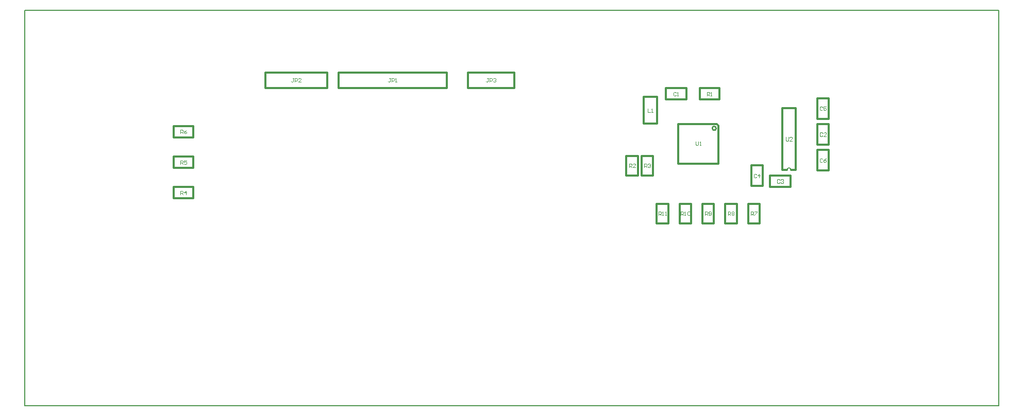
<source format=gto>
%FSLAX42Y42*%
%MOMM*%
G71*
G01*
G75*
G04 Layer_Color=65535*
%ADD10C,0.15*%
%ADD11C,0.25*%
%ADD12C,0.30*%
%ADD13C,0.12*%
%ADD14C,0.20*%
D10*
X11584Y3374D02*
G03*
X11521Y3374I-32J0D01*
G01*
D11*
X10355Y4058D02*
G03*
X10355Y4058I-32J0D01*
G01*
D12*
X9275Y4575D02*
X9385Y4575D01*
Y4135D02*
Y4575D01*
X9165Y4135D02*
X9385Y4135D01*
X9165Y4135D02*
Y4575D01*
X9275Y4575D01*
X4148Y4977D02*
X5926D01*
X4148Y4723D02*
Y4977D01*
Y4723D02*
X5926D01*
Y4977D01*
X1765Y3905D02*
X1765Y4000D01*
X1445Y3905D02*
X1765Y3905D01*
X1445Y4095D02*
X1445Y3905D01*
X1445Y4095D02*
X1765Y4095D01*
X1765Y4000D01*
X1765Y3405D02*
X1765Y3500D01*
X1445Y3405D02*
X1765Y3405D01*
X1445Y3595D02*
X1445Y3405D01*
X1445Y3595D02*
X1765Y3595D01*
X1765Y3500D01*
X6273Y4723D02*
X7035D01*
Y4977D01*
X6273D02*
X7035D01*
X6273Y4723D02*
Y4977D01*
X1765Y2905D02*
X1765Y3000D01*
X1445Y2905D02*
X1765Y2905D01*
X1445Y3095D02*
X1445Y2905D01*
X1445Y3095D02*
X1765Y3095D01*
X1765Y3000D01*
X11238Y3188D02*
Y3283D01*
X11238D02*
X11578D01*
X11578Y3092D02*
X11578Y3283D01*
X11238Y3092D02*
X11578D01*
X11238D02*
Y3188D01*
X12018Y4213D02*
X12112D01*
X12018Y4212D02*
Y4553D01*
X12207Y4553D01*
Y4213D02*
Y4553D01*
X12112Y4213D02*
X12207D01*
X12018Y3788D02*
X12112D01*
X12018Y3788D02*
Y4128D01*
X12207Y4128D01*
Y3788D02*
Y4128D01*
X12112Y3788D02*
X12207D01*
X12018Y3363D02*
X12112D01*
X12018Y3362D02*
Y3703D01*
X12207Y3703D01*
Y3363D02*
Y3703D01*
X12112Y3363D02*
X12207D01*
X11659Y3374D02*
Y4390D01*
X11446D02*
X11659D01*
X11446Y3374D02*
Y4390D01*
Y3374D02*
X11521Y3374D01*
X11584D02*
X11659Y3374D01*
X9225Y3605D02*
X9320Y3605D01*
Y3285D02*
X9320Y3605D01*
X9130Y3285D02*
X9320Y3285D01*
X9130Y3605D02*
X9130Y3285D01*
X9130Y3605D02*
X9225Y3605D01*
X11025Y3450D02*
X11120D01*
Y3110D02*
Y3450D01*
X10930Y3110D02*
X11120Y3110D01*
X10930Y3110D02*
Y3450D01*
X11025D01*
X8880Y3285D02*
X8975Y3285D01*
X8880Y3285D02*
X8880Y3605D01*
X9070Y3605D01*
X9070Y3285D01*
X8975Y3285D02*
X9070Y3285D01*
X9475Y2815D02*
X9570Y2815D01*
Y2495D02*
X9570Y2815D01*
X9380Y2495D02*
X9570Y2495D01*
X9380Y2815D02*
X9380Y2495D01*
X9380Y2815D02*
X9475Y2815D01*
X9525Y4625D02*
Y4720D01*
X9525D02*
X9865D01*
X9865Y4530D02*
X9865Y4720D01*
X9525Y4530D02*
X9865D01*
X9525D02*
Y4625D01*
X9850Y2815D02*
X9945Y2815D01*
Y2495D02*
X9945Y2815D01*
X9755Y2495D02*
X9945Y2495D01*
X9755Y2815D02*
X9755Y2495D01*
X9755Y2815D02*
X9850Y2815D01*
X10225Y2815D02*
X10320Y2815D01*
Y2495D02*
X10320Y2815D01*
X10130Y2495D02*
X10320Y2495D01*
X10130Y2815D02*
X10130Y2495D01*
X10130Y2815D02*
X10225Y2815D01*
X10600Y2815D02*
X10695Y2815D01*
Y2495D02*
X10695Y2815D01*
X10505Y2495D02*
X10695Y2495D01*
X10505Y2815D02*
X10505Y2495D01*
X10505Y2815D02*
X10600Y2815D01*
X10975Y2815D02*
X11070Y2815D01*
Y2495D02*
X11070Y2815D01*
X10880Y2495D02*
X11070Y2495D01*
X10880Y2815D02*
X10880Y2495D01*
X10880Y2815D02*
X10975Y2815D01*
X10085Y4625D02*
X10085Y4720D01*
X10085Y4720D02*
X10405Y4720D01*
X10405Y4530D01*
X10085Y4530D02*
X10405Y4530D01*
X10085Y4625D02*
X10085Y4530D01*
X10393Y4098D02*
Y4098D01*
X10363Y4128D02*
X10393Y4098D01*
X9733Y4128D02*
X10363D01*
X9733Y3478D02*
Y4128D01*
Y3478D02*
X10393D01*
Y4098D01*
X2948Y4723D02*
Y4977D01*
X3964D01*
X2948Y4723D02*
X3964D01*
Y4977D01*
D13*
X11503Y3912D02*
Y3862D01*
X11513Y3852D01*
X11533D01*
X11543Y3862D01*
Y3912D01*
X11603Y3852D02*
X11563D01*
X11603Y3892D01*
Y3902D01*
X11593Y3912D01*
X11573D01*
X11563Y3902D01*
X10023Y3837D02*
Y3787D01*
X10033Y3777D01*
X10053D01*
X10063Y3787D01*
Y3837D01*
X10083Y3777D02*
X10103D01*
X10093D01*
Y3837D01*
X10083Y3827D01*
X9409Y2626D02*
Y2686D01*
X9439D01*
X9449Y2676D01*
Y2656D01*
X9439Y2646D01*
X9409D01*
X9429D02*
X9449Y2626D01*
X9469D02*
X9489D01*
X9479D01*
Y2686D01*
X9469Y2676D01*
X9519Y2626D02*
X9539D01*
X9529D01*
Y2686D01*
X9519Y2676D01*
X9774Y2626D02*
Y2686D01*
X9804D01*
X9814Y2676D01*
Y2656D01*
X9804Y2646D01*
X9774D01*
X9794D02*
X9814Y2626D01*
X9834D02*
X9854D01*
X9844D01*
Y2686D01*
X9834Y2676D01*
X9884D02*
X9894Y2686D01*
X9914D01*
X9924Y2676D01*
Y2636D01*
X9914Y2626D01*
X9894D01*
X9884Y2636D01*
Y2676D01*
X10174Y2626D02*
Y2686D01*
X10204D01*
X10214Y2676D01*
Y2656D01*
X10204Y2646D01*
X10174D01*
X10194D02*
X10214Y2626D01*
X10234Y2636D02*
X10244Y2626D01*
X10264D01*
X10274Y2636D01*
Y2676D01*
X10264Y2686D01*
X10244D01*
X10234Y2676D01*
Y2666D01*
X10244Y2656D01*
X10274D01*
X10549Y2626D02*
Y2686D01*
X10579D01*
X10589Y2676D01*
Y2656D01*
X10579Y2646D01*
X10549D01*
X10569D02*
X10589Y2626D01*
X10609Y2676D02*
X10619Y2686D01*
X10639D01*
X10649Y2676D01*
Y2666D01*
X10639Y2656D01*
X10649Y2646D01*
Y2636D01*
X10639Y2626D01*
X10619D01*
X10609Y2636D01*
Y2646D01*
X10619Y2656D01*
X10609Y2666D01*
Y2676D01*
X10619Y2656D02*
X10639D01*
X10924Y2626D02*
Y2686D01*
X10954D01*
X10964Y2676D01*
Y2656D01*
X10954Y2646D01*
X10924D01*
X10944D02*
X10964Y2626D01*
X10984Y2686D02*
X11024D01*
Y2676D01*
X10984Y2636D01*
Y2626D01*
X1554Y3971D02*
Y4031D01*
X1584D01*
X1594Y4021D01*
Y4001D01*
X1584Y3991D01*
X1554D01*
X1574D02*
X1594Y3971D01*
X1654Y4031D02*
X1634Y4021D01*
X1614Y4001D01*
Y3981D01*
X1624Y3971D01*
X1644D01*
X1654Y3981D01*
Y3991D01*
X1644Y4001D01*
X1614D01*
X1554Y3469D02*
Y3529D01*
X1584D01*
X1594Y3519D01*
Y3499D01*
X1584Y3489D01*
X1554D01*
X1574D02*
X1594Y3469D01*
X1654Y3529D02*
X1614D01*
Y3499D01*
X1634Y3509D01*
X1644D01*
X1654Y3499D01*
Y3479D01*
X1644Y3469D01*
X1624D01*
X1614Y3479D01*
X1555Y2970D02*
Y3030D01*
X1585D01*
X1595Y3020D01*
Y3000D01*
X1585Y2990D01*
X1555D01*
X1575D02*
X1595Y2970D01*
X1645D02*
Y3030D01*
X1615Y3000D01*
X1655D01*
X9176Y3415D02*
Y3475D01*
X9206D01*
X9216Y3465D01*
Y3445D01*
X9206Y3435D01*
X9176D01*
X9196D02*
X9216Y3415D01*
X9236Y3465D02*
X9246Y3475D01*
X9266D01*
X9276Y3465D01*
Y3455D01*
X9266Y3445D01*
X9256D01*
X9266D01*
X9276Y3435D01*
Y3425D01*
X9266Y3415D01*
X9246D01*
X9236Y3425D01*
X8926Y3416D02*
Y3476D01*
X8956D01*
X8966Y3466D01*
Y3446D01*
X8956Y3436D01*
X8926D01*
X8946D02*
X8966Y3416D01*
X9026D02*
X8986D01*
X9026Y3456D01*
Y3466D01*
X9016Y3476D01*
X8996D01*
X8986Y3466D01*
X10205Y4594D02*
Y4654D01*
X10235D01*
X10245Y4644D01*
Y4624D01*
X10235Y4614D01*
X10205D01*
X10225D02*
X10245Y4594D01*
X10265D02*
X10285D01*
X10275D01*
Y4654D01*
X10265Y4644D01*
X9234Y4385D02*
Y4325D01*
X9274D01*
X9294D02*
X9314D01*
X9304D01*
Y4385D01*
X9294Y4375D01*
X6614Y4879D02*
X6594D01*
X6604D01*
Y4829D01*
X6594Y4819D01*
X6584D01*
X6574Y4829D01*
X6634Y4819D02*
Y4879D01*
X6664D01*
X6674Y4869D01*
Y4849D01*
X6664Y4839D01*
X6634D01*
X6694Y4869D02*
X6704Y4879D01*
X6724D01*
X6734Y4869D01*
Y4859D01*
X6724Y4849D01*
X6714D01*
X6724D01*
X6734Y4839D01*
Y4829D01*
X6724Y4819D01*
X6704D01*
X6694Y4829D01*
X3415Y4881D02*
X3395D01*
X3405D01*
Y4831D01*
X3395Y4821D01*
X3385D01*
X3375Y4831D01*
X3435Y4821D02*
Y4881D01*
X3465D01*
X3475Y4871D01*
Y4851D01*
X3465Y4841D01*
X3435D01*
X3535Y4821D02*
X3495D01*
X3535Y4861D01*
Y4871D01*
X3525Y4881D01*
X3505D01*
X3495Y4871D01*
X5006Y4880D02*
X4986D01*
X4996D01*
Y4830D01*
X4986Y4820D01*
X4976D01*
X4966Y4830D01*
X5026Y4820D02*
Y4880D01*
X5056D01*
X5066Y4870D01*
Y4850D01*
X5056Y4840D01*
X5026D01*
X5086Y4820D02*
X5106D01*
X5096D01*
Y4880D01*
X5086Y4870D01*
X12102Y3551D02*
X12092Y3561D01*
X12072D01*
X12062Y3551D01*
Y3511D01*
X12072Y3501D01*
X12092D01*
X12102Y3511D01*
X12162Y3561D02*
X12142Y3551D01*
X12122Y3531D01*
Y3511D01*
X12132Y3501D01*
X12152D01*
X12162Y3511D01*
Y3521D01*
X12152Y3531D01*
X12122D01*
X12102Y4402D02*
X12092Y4412D01*
X12072D01*
X12062Y4402D01*
Y4362D01*
X12072Y4352D01*
X12092D01*
X12102Y4362D01*
X12162Y4412D02*
X12122D01*
Y4382D01*
X12142Y4392D01*
X12152D01*
X12162Y4382D01*
Y4362D01*
X12152Y4352D01*
X12132D01*
X12122Y4362D01*
X11015Y3299D02*
X11005Y3309D01*
X10985D01*
X10975Y3299D01*
Y3259D01*
X10985Y3249D01*
X11005D01*
X11015Y3259D01*
X11065Y3249D02*
Y3309D01*
X11035Y3279D01*
X11075D01*
X11399Y3208D02*
X11389Y3218D01*
X11369D01*
X11359Y3208D01*
Y3168D01*
X11369Y3158D01*
X11389D01*
X11399Y3168D01*
X11419Y3208D02*
X11429Y3218D01*
X11449D01*
X11459Y3208D01*
Y3198D01*
X11449Y3188D01*
X11439D01*
X11449D01*
X11459Y3178D01*
Y3168D01*
X11449Y3158D01*
X11429D01*
X11419Y3168D01*
X12102Y3978D02*
X12092Y3988D01*
X12072D01*
X12062Y3978D01*
Y3938D01*
X12072Y3928D01*
X12092D01*
X12102Y3938D01*
X12162Y3928D02*
X12122D01*
X12162Y3968D01*
Y3978D01*
X12152Y3988D01*
X12132D01*
X12122Y3978D01*
X9694Y4645D02*
X9684Y4655D01*
X9664D01*
X9654Y4645D01*
Y4605D01*
X9664Y4595D01*
X9684D01*
X9694Y4605D01*
X9714Y4595D02*
X9734D01*
X9724D01*
Y4655D01*
X9714Y4645D01*
D14*
X-1000Y-500D02*
Y6000D01*
Y-500D02*
X15000D01*
Y6000D01*
X-1000D02*
X15000D01*
M02*

</source>
